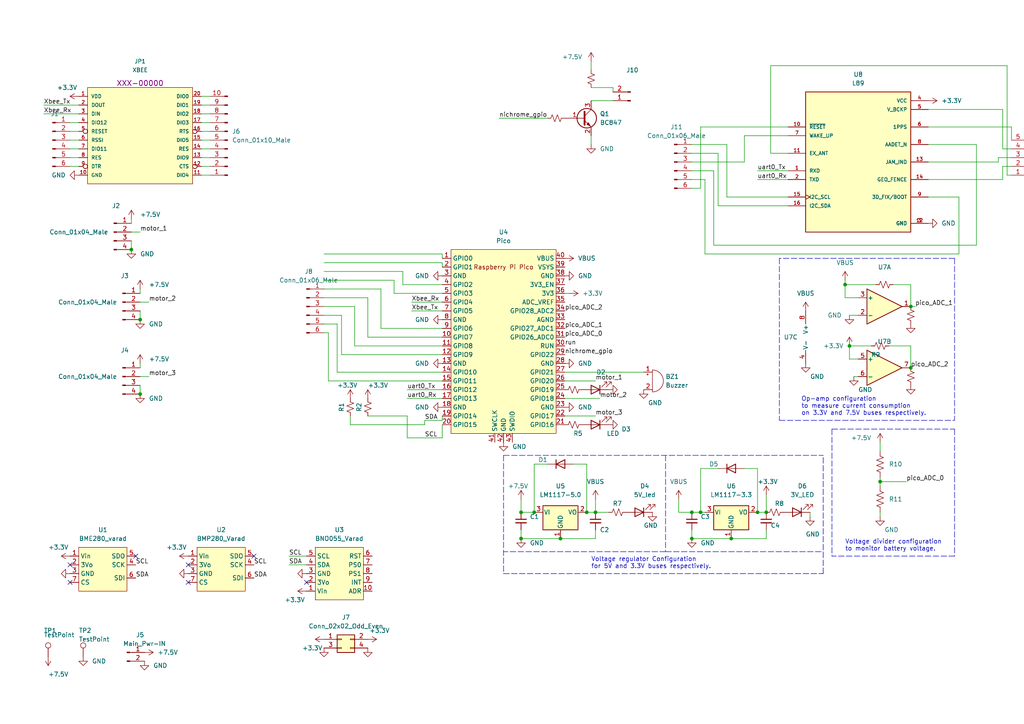
<source format=kicad_sch>
(kicad_sch (version 20211123) (generator eeschema)
  (paper "A4")
  (lib_symbols
    (symbol "Amplifier_Operational:MCP6002-xSN" (pin_names (offset 0.127))
      (property "Reference" "U" (at 0 5.08 0))
      (property "Value" "MCP6002-xSN" (at 0 -5.08 0))
      (symbol "MCP6002-xSN_1_1"
        (pin output line (at 7.62 0 180) (length 2.54) (name "~") (number "1"))
        (pin input line (at -7.62 -2.54 0) (length 2.54) (name "-") (number "2"))
        (pin input line (at -7.62 2.54 0) (length 2.54) (name "+") (number "3"))
      )
      (symbol "MCP6002-xSN_2_1"
        (pin input line (at -7.62 2.54 0) (length 2.54) (name "+") (number "5"))
        (pin input line (at -7.62 -2.54 0) (length 2.54) (name "-") (number "6"))
        (pin output line (at 7.62 0 180) (length 2.54) (name "~") (number "7"))
      )
      (symbol "MCP6002-xSN_3_1"
        (pin power_in line (at -2.54 -7.62 90) (length 3.81) (name "V-") (number "4"))
        (pin power_in line (at -2.54 7.62 270) (length 3.81) (name "V+") (number "8"))
      )
    )
    (symbol "BME280_varad_1"
      (property "Reference" "U" (at 0 -2.54 0))
      (property "Value" "BME280_varad_1" (at 0 -5.08 0))
      (symbol "BME280_varad_1_1_1"
        (pin input line (at -10.16 -10.16 0) (length 2.54) (name "Vin") (number "1"))
        (pin input line (at -10.16 -12.7 0) (length 2.54) (name "3Vo") (number "2"))
        (pin input line (at -10.16 -15.24 0) (length 2.54) (name "GND") (number "3"))
        (pin input line (at 8.89 -12.7 180) (length 2.54) (name "SCK") (number "4"))
        (pin input line (at 8.89 -10.16 180) (length 2.54) (name "SDO") (number "5"))
        (pin input line (at 8.89 -16.51 180) (length 2.54) (name "SDI") (number "6"))
        (pin input line (at -10.16 -17.78 0) (length 2.54) (name "CS") (number "7"))
      )
    )
    (symbol "BMP280_Varad_1"
      (property "Reference" "U" (at 0 0 0))
      (property "Value" "BMP280_Varad_1" (at 0 0 0))
      (symbol "BMP280_Varad_1_1_1"
        (pin input line (at -8.89 -6.35 0) (length 2.54) (name "Vin") (number "1"))
        (pin input line (at -8.89 -8.89 0) (length 2.54) (name "3Vo") (number "2"))
        (pin input line (at -8.89 -11.43 0) (length 2.54) (name "GND") (number "3"))
        (pin input line (at 10.16 -8.89 180) (length 2.54) (name "SCK") (number "4"))
        (pin input line (at 10.16 -6.35 180) (length 2.54) (name "SDO") (number "5"))
        (pin input line (at 10.16 -12.7 180) (length 2.54) (name "SDI") (number "6"))
        (pin input line (at -8.89 -13.97 0) (length 2.54) (name "CS") (number "7"))
      )
    )
    (symbol "BNO055_Varad_1"
      (property "Reference" "U" (at -11.43 -6.35 0))
      (property "Value" "BNO055_Varad_1" (at -11.43 -8.89 0))
      (symbol "BNO055_Varad_1_1_1"
        (pin input line (at -21.59 -24.13 0) (length 2.54) (name "Vin") (number "1"))
        (pin input line (at -2.54 -24.13 180) (length 2.54) (name "ADR") (number "10"))
        (pin input line (at -21.59 -21.59 0) (length 2.54) (name "3Vo") (number "2"))
        (pin input line (at -21.59 -19.05 0) (length 2.54) (name "GND") (number "3"))
        (pin input line (at -21.59 -16.51 0) (length 2.54) (name "SDA") (number "4"))
        (pin input line (at -21.59 -13.97 0) (length 2.54) (name "SCL") (number "5"))
        (pin input line (at -2.54 -13.97 180) (length 2.54) (name "RST") (number "6"))
        (pin input line (at -2.54 -16.51 180) (length 2.54) (name "PS0") (number "7"))
        (pin input line (at -2.54 -19.05 180) (length 2.54) (name "PS1") (number "8"))
        (pin input line (at -2.54 -21.59 180) (length 2.54) (name "INT") (number "9"))
      )
    )
    (symbol "Connector:Conn_01x02_Male" (pin_names (offset 1.016) hide)
      (property "Reference" "J" (at 0 2.54 0))
      (property "Value" "Conn_01x02_Male" (at 0 -5.08 0))
      (symbol "Conn_01x02_Male_1_1"
        (pin passive line (at 5.08 0 180) (length 3.81) (name "Pin_1") (number "1"))
        (pin passive line (at 5.08 -2.54 180) (length 3.81) (name "Pin_2") (number "2"))
      )
    )
    (symbol "Connector:Conn_01x04_Male" (pin_names (offset 1.016) hide)
      (property "Reference" "J" (at 0 5.08 0))
      (property "Value" "Conn_01x04_Male" (at 0 -7.62 0))
      (symbol "Conn_01x04_Male_1_1"
        (pin passive line (at 5.08 2.54 180) (length 3.81) (name "Pin_1") (number "1"))
        (pin passive line (at 5.08 0 180) (length 3.81) (name "Pin_2") (number "2"))
        (pin passive line (at 5.08 -2.54 180) (length 3.81) (name "Pin_3") (number "3"))
        (pin passive line (at 5.08 -5.08 180) (length 3.81) (name "Pin_4") (number "4"))
      )
    )
    (symbol "Connector:Conn_01x05_Male" (pin_names (offset 1.016) hide)
      (property "Reference" "J" (at 0 7.62 0))
      (property "Value" "Conn_01x05_Male" (at 0 -7.62 0))
      (symbol "Conn_01x05_Male_1_1"
        (pin passive line (at 5.08 5.08 180) (length 3.81) (name "Pin_1") (number "1"))
        (pin passive line (at 5.08 2.54 180) (length 3.81) (name "Pin_2") (number "2"))
        (pin passive line (at 5.08 0 180) (length 3.81) (name "Pin_3") (number "3"))
        (pin passive line (at 5.08 -2.54 180) (length 3.81) (name "Pin_4") (number "4"))
        (pin passive line (at 5.08 -5.08 180) (length 3.81) (name "Pin_5") (number "5"))
      )
    )
    (symbol "Connector:Conn_01x06_Male" (pin_names (offset 1.016) hide)
      (property "Reference" "J" (at 0 7.62 0))
      (property "Value" "Conn_01x06_Male" (at 0 -10.16 0))
      (symbol "Conn_01x06_Male_1_1"
        (pin passive line (at 5.08 5.08 180) (length 3.81) (name "Pin_1") (number "1"))
        (pin passive line (at 5.08 2.54 180) (length 3.81) (name "Pin_2") (number "2"))
        (pin passive line (at 5.08 0 180) (length 3.81) (name "Pin_3") (number "3"))
        (pin passive line (at 5.08 -2.54 180) (length 3.81) (name "Pin_4") (number "4"))
        (pin passive line (at 5.08 -5.08 180) (length 3.81) (name "Pin_5") (number "5"))
        (pin passive line (at 5.08 -7.62 180) (length 3.81) (name "Pin_6") (number "6"))
      )
    )
    (symbol "Connector:Conn_01x10_Male" (pin_names (offset 1.016) hide)
      (property "Reference" "J" (at 0 12.7 0))
      (property "Value" "Conn_01x10_Male" (at 0 -15.24 0))
      (symbol "Conn_01x10_Male_1_1"
        (pin passive line (at 5.08 10.16 180) (length 3.81) (name "Pin_1") (number "1"))
        (pin passive line (at 5.08 -12.7 180) (length 3.81) (name "Pin_10") (number "10"))
        (pin passive line (at 5.08 7.62 180) (length 3.81) (name "Pin_2") (number "2"))
        (pin passive line (at 5.08 5.08 180) (length 3.81) (name "Pin_3") (number "3"))
        (pin passive line (at 5.08 2.54 180) (length 3.81) (name "Pin_4") (number "4"))
        (pin passive line (at 5.08 0 180) (length 3.81) (name "Pin_5") (number "5"))
        (pin passive line (at 5.08 -2.54 180) (length 3.81) (name "Pin_6") (number "6"))
        (pin passive line (at 5.08 -5.08 180) (length 3.81) (name "Pin_7") (number "7"))
        (pin passive line (at 5.08 -7.62 180) (length 3.81) (name "Pin_8") (number "8"))
        (pin passive line (at 5.08 -10.16 180) (length 3.81) (name "Pin_9") (number "9"))
      )
    )
    (symbol "Connector:TestPoint" (pin_numbers hide) (pin_names (offset 0.762) hide)
      (property "Reference" "TP" (at 0 6.858 0))
      (property "Value" "TestPoint" (at 0 5.08 0))
      (symbol "TestPoint_1_1"
        (pin passive line (at 0 0 90) (length 2.54) (name "1") (number "1"))
      )
    )
    (symbol "Connector_Generic:Conn_02x02_Odd_Even" (pin_names (offset 1.016) hide)
      (property "Reference" "J" (at 1.27 2.54 0))
      (property "Value" "Conn_02x02_Odd_Even" (at 1.27 -5.08 0))
      (symbol "Conn_02x02_Odd_Even_1_1"
        (pin passive line (at -5.08 0 0) (length 3.81) (name "Pin_1") (number "1"))
        (pin passive line (at 7.62 0 180) (length 3.81) (name "Pin_2") (number "2"))
        (pin passive line (at -5.08 -2.54 0) (length 3.81) (name "Pin_3") (number "3"))
        (pin passive line (at 7.62 -2.54 180) (length 3.81) (name "Pin_4") (number "4"))
      )
    )
    (symbol "Device:Buzzer" (pin_names (offset 0.0254) hide)
      (property "Reference" "BZ" (at 3.81 1.27 0))
      (property "Value" "Buzzer" (at 3.81 -1.27 0))
      (symbol "Buzzer_1_1"
        (pin passive line (at -2.54 2.54 0) (length 2.54) (name "-") (number "1"))
        (pin passive line (at -2.54 -2.54 0) (length 2.54) (name "+") (number "2"))
      )
    )
    (symbol "Device:C_Small" (pin_numbers hide) (pin_names (offset 0.254) hide)
      (property "Reference" "C" (at 0.254 1.778 0))
      (property "Value" "C_Small" (at 0.254 -2.032 0))
      (symbol "C_Small_1_1"
        (pin passive line (at 0 2.54 270) (length 2.032) (name "~") (number "1"))
        (pin passive line (at 0 -2.54 90) (length 2.032) (name "~") (number "2"))
      )
    )
    (symbol "Device:LED" (pin_numbers hide) (pin_names (offset 1.016) hide)
      (property "Reference" "D" (at 0 2.54 0))
      (property "Value" "LED" (at 0 -2.54 0))
      (symbol "LED_1_1"
        (pin passive line (at -3.81 0 0) (length 2.54) (name "K") (number "1"))
        (pin passive line (at 3.81 0 180) (length 2.54) (name "A") (number "2"))
      )
    )
    (symbol "Device:R_Small_US" (pin_numbers hide) (pin_names (offset 0.254) hide)
      (property "Reference" "R" (at 0.762 0.508 0))
      (property "Value" "R_Small_US" (at 0.762 -1.016 0))
      (symbol "R_Small_US_1_1"
        (pin passive line (at 0 2.54 270) (length 1.016) (name "~") (number "1"))
        (pin passive line (at 0 -2.54 90) (length 1.016) (name "~") (number "2"))
      )
    )
    (symbol "Device:R_US" (pin_numbers hide) (pin_names (offset 0))
      (property "Reference" "R" (at 2.54 0 90))
      (property "Value" "R_US" (at -2.54 0 90))
      (symbol "R_US_1_1"
        (pin passive line (at 0 3.81 270) (length 1.27) (name "~") (number "1"))
        (pin passive line (at 0 -3.81 90) (length 1.27) (name "~") (number "2"))
      )
    )
    (symbol "Diode:1N4007" (pin_numbers hide) (pin_names hide)
      (property "Reference" "D" (at 0 2.54 0))
      (property "Value" "1N4007" (at 0 -2.54 0))
      (symbol "1N4007_1_1"
        (pin passive line (at -3.81 0 0) (length 2.54) (name "K") (number "1"))
        (pin passive line (at 3.81 0 180) (length 2.54) (name "A") (number "2"))
      )
    )
    (symbol "L89:L89" (pin_names (offset 1.016))
      (property "Reference" "U" (at -15.24 21.082 0))
      (property "Value" "L89" (at -15.24 -22.86 0))
      (symbol "L89_0_0"
        (pin input line (at -20.32 -2.54 0) (length 5.08) (name "RXD") (number "1"))
        (pin input line (at -20.32 10.16 0) (length 5.08) (name "~{RESET}") (number "10"))
        (pin input line (at -20.32 2.54 0) (length 5.08) (name "EX_ANT") (number "11"))
        (pin power_in line (at 20.32 -17.78 180) (length 5.08) (name "GND") (number "12"))
        (pin output line (at 20.32 0 180) (length 5.08) (name "JAM_IND") (number "13"))
        (pin output line (at 20.32 -5.08 180) (length 5.08) (name "GEO_FENCE") (number "14"))
        (pin bidirectional clock (at -20.32 -10.16 0) (length 5.08) (name "I2C_SCL") (number "15"))
        (pin bidirectional line (at -20.32 -12.7 0) (length 5.08) (name "I2C_SDA") (number "16"))
        (pin output line (at -20.32 -5.08 0) (length 5.08) (name "TXD") (number "2"))
        (pin power_in line (at 20.32 -17.78 180) (length 5.08) (name "GND") (number "3"))
        (pin power_in line (at 20.32 17.78 180) (length 5.08) (name "VCC") (number "4"))
        (pin power_in line (at 20.32 15.24 180) (length 5.08) (name "V_BCKP") (number "5"))
        (pin output line (at 20.32 10.16 180) (length 5.08) (name "1PPS") (number "6"))
        (pin input line (at -20.32 7.62 0) (length 5.08) (name "WAKE_UP") (number "7"))
        (pin output line (at 20.32 5.08 180) (length 5.08) (name "AADET_N") (number "8"))
        (pin bidirectional line (at 20.32 -10.16 180) (length 5.08) (name "3D_FIX/BOOT") (number "9"))
      )
    )
    (symbol "MCU_RaspberryPi_and_Boards:Pico"
      (property "Reference" "U" (at -13.97 27.94 0))
      (property "Value" "Pico" (at 0 19.05 0))
      (symbol "Pico_0_0"
        (text "Raspberry Pi Pico" (at 0 21.59 0) (effects (font (size 1.27 1.27))))
      )
      (symbol "Pico_1_1"
        (pin bidirectional line (at -17.78 24.13 0) (length 2.54) (name "GPIO0") (number "1"))
        (pin bidirectional line (at -17.78 1.27 0) (length 2.54) (name "GPIO7") (number "10"))
        (pin bidirectional line (at -17.78 -1.27 0) (length 2.54) (name "GPIO8") (number "11"))
        (pin bidirectional line (at -17.78 -3.81 0) (length 2.54) (name "GPIO9") (number "12"))
        (pin power_in line (at -17.78 -6.35 0) (length 2.54) (name "GND") (number "13"))
        (pin bidirectional line (at -17.78 -8.89 0) (length 2.54) (name "GPIO10") (number "14"))
        (pin bidirectional line (at -17.78 -11.43 0) (length 2.54) (name "GPIO11") (number "15"))
        (pin bidirectional line (at -17.78 -13.97 0) (length 2.54) (name "GPIO12") (number "16"))
        (pin bidirectional line (at -17.78 -16.51 0) (length 2.54) (name "GPIO13") (number "17"))
        (pin power_in line (at -17.78 -19.05 0) (length 2.54) (name "GND") (number "18"))
        (pin bidirectional line (at -17.78 -21.59 0) (length 2.54) (name "GPIO14") (number "19"))
        (pin bidirectional line (at -17.78 21.59 0) (length 2.54) (name "GPIO1") (number "2"))
        (pin bidirectional line (at -17.78 -24.13 0) (length 2.54) (name "GPIO15") (number "20"))
        (pin bidirectional line (at 17.78 -24.13 180) (length 2.54) (name "GPIO16") (number "21"))
        (pin bidirectional line (at 17.78 -21.59 180) (length 2.54) (name "GPIO17") (number "22"))
        (pin power_in line (at 17.78 -19.05 180) (length 2.54) (name "GND") (number "23"))
        (pin bidirectional line (at 17.78 -16.51 180) (length 2.54) (name "GPIO18") (number "24"))
        (pin bidirectional line (at 17.78 -13.97 180) (length 2.54) (name "GPIO19") (number "25"))
        (pin bidirectional line (at 17.78 -11.43 180) (length 2.54) (name "GPIO20") (number "26"))
        (pin bidirectional line (at 17.78 -8.89 180) (length 2.54) (name "GPIO21") (number "27"))
        (pin power_in line (at 17.78 -6.35 180) (length 2.54) (name "GND") (number "28"))
        (pin bidirectional line (at 17.78 -3.81 180) (length 2.54) (name "GPIO22") (number "29"))
        (pin power_in line (at -17.78 19.05 0) (length 2.54) (name "GND") (number "3"))
        (pin input line (at 17.78 -1.27 180) (length 2.54) (name "RUN") (number "30"))
        (pin bidirectional line (at 17.78 1.27 180) (length 2.54) (name "GPIO26_ADC0") (number "31"))
        (pin bidirectional line (at 17.78 3.81 180) (length 2.54) (name "GPIO27_ADC1") (number "32"))
        (pin power_in line (at 17.78 6.35 180) (length 2.54) (name "AGND") (number "33"))
        (pin bidirectional line (at 17.78 8.89 180) (length 2.54) (name "GPIO28_ADC2") (number "34"))
        (pin power_in line (at 17.78 11.43 180) (length 2.54) (name "ADC_VREF") (number "35"))
        (pin power_in line (at 17.78 13.97 180) (length 2.54) (name "3V3") (number "36"))
        (pin input line (at 17.78 16.51 180) (length 2.54) (name "3V3_EN") (number "37"))
        (pin bidirectional line (at 17.78 19.05 180) (length 2.54) (name "GND") (number "38"))
        (pin power_in line (at 17.78 21.59 180) (length 2.54) (name "VSYS") (number "39"))
        (pin bidirectional line (at -17.78 16.51 0) (length 2.54) (name "GPIO2") (number "4"))
        (pin power_in line (at 17.78 24.13 180) (length 2.54) (name "VBUS") (number "40"))
        (pin input line (at -2.54 -29.21 90) (length 2.54) (name "SWCLK") (number "41"))
        (pin power_in line (at 0 -29.21 90) (length 2.54) (name "GND") (number "42"))
        (pin bidirectional line (at 2.54 -29.21 90) (length 2.54) (name "SWDIO") (number "43"))
        (pin bidirectional line (at -17.78 13.97 0) (length 2.54) (name "GPIO3") (number "5"))
        (pin bidirectional line (at -17.78 11.43 0) (length 2.54) (name "GPIO4") (number "6"))
        (pin bidirectional line (at -17.78 8.89 0) (length 2.54) (name "GPIO5") (number "7"))
        (pin power_in line (at -17.78 6.35 0) (length 2.54) (name "GND") (number "8"))
        (pin bidirectional line (at -17.78 3.81 0) (length 2.54) (name "GPIO6") (number "9"))
      )
    )
    (symbol "Regulator_Linear:LM1117-3.3" (pin_names (offset 0.254))
      (property "Reference" "U" (at -3.81 3.175 0))
      (property "Value" "LM1117-3.3" (at 0 3.175 0))
      (symbol "LM1117-3.3_1_1"
        (pin power_in line (at 0 -7.62 90) (length 2.54) (name "GND") (number "1"))
        (pin power_out line (at 7.62 0 180) (length 2.54) (name "VO") (number "2"))
        (pin power_in line (at -7.62 0 0) (length 2.54) (name "VI") (number "3"))
      )
    )
    (symbol "Regulator_Linear:LM1117-5.0" (pin_names (offset 0.254))
      (property "Reference" "U" (at -3.81 3.175 0))
      (property "Value" "LM1117-5.0" (at 0 3.175 0))
      (symbol "LM1117-5.0_1_1"
        (pin power_in line (at 0 -7.62 90) (length 2.54) (name "GND") (number "1"))
        (pin power_out line (at 7.62 0 180) (length 2.54) (name "VO") (number "2"))
        (pin power_in line (at -7.62 0 0) (length 2.54) (name "VI") (number "3"))
      )
    )
    (symbol "SparkFun-RF:XBEE" (pin_names (offset 1.016))
      (property "Reference" "JP" (at -15.24 13.97 0))
      (property "Value" "XBEE" (at -15.24 -17.78 0))
      (property "Field4" "XXX-00000" (at 0 16.51 0))
      (symbol "XBEE_1_1"
        (pin power_in line (at -17.78 10.16 0) (length 2.54) (name "VDD") (number "1"))
        (pin power_in line (at -17.78 -12.7 0) (length 2.54) (name "GND") (number "10"))
        (pin bidirectional line (at 17.78 -12.7 180) (length 2.54) (name "DIO4") (number "11"))
        (pin output inverted (at 17.78 -10.16 180) (length 2.54) (name "CTS") (number "12"))
        (pin bidirectional line (at 17.78 -7.62 180) (length 2.54) (name "DIO9") (number "13"))
        (pin bidirectional line (at 17.78 -5.08 180) (length 2.54) (name "RES") (number "14"))
        (pin bidirectional line (at 17.78 -2.54 180) (length 2.54) (name "DIO5") (number "15"))
        (pin input inverted (at 17.78 0 180) (length 2.54) (name "RTS") (number "16"))
        (pin bidirectional line (at 17.78 2.54 180) (length 2.54) (name "DIO3") (number "17"))
        (pin bidirectional line (at 17.78 5.08 180) (length 2.54) (name "DIO2") (number "18"))
        (pin bidirectional line (at 17.78 7.62 180) (length 2.54) (name "DIO1") (number "19"))
        (pin output line (at -17.78 7.62 0) (length 2.54) (name "DOUT") (number "2"))
        (pin bidirectional line (at 17.78 10.16 180) (length 2.54) (name "DIO0") (number "20"))
        (pin input line (at -17.78 5.08 0) (length 2.54) (name "DIN") (number "3"))
        (pin bidirectional line (at -17.78 2.54 0) (length 2.54) (name "DIO12") (number "4"))
        (pin input inverted (at -17.78 0 0) (length 2.54) (name "RESET") (number "5"))
        (pin bidirectional line (at -17.78 -2.54 0) (length 2.54) (name "RSSI") (number "6"))
        (pin bidirectional line (at -17.78 -5.08 0) (length 2.54) (name "DIO11") (number "7"))
        (pin bidirectional line (at -17.78 -7.62 0) (length 2.54) (name "RES") (number "8"))
        (pin bidirectional inverted (at -17.78 -10.16 0) (length 2.54) (name "DTR") (number "9"))
      )
    )
    (symbol "Transistor_BJT:BC847" (pin_names (offset 0) hide)
      (property "Reference" "Q" (at 5.08 1.905 0))
      (property "Value" "BC847" (at 5.08 0 0))
      (symbol "BC847_1_1"
        (pin input line (at -5.08 0 0) (length 5.715) (name "B") (number "1"))
        (pin passive line (at 2.54 -5.08 90) (length 2.54) (name "E") (number "2"))
        (pin passive line (at 2.54 5.08 270) (length 2.54) (name "C") (number "3"))
      )
    )
    (symbol "power:+3.3V" (power) (pin_names (offset 0))
      (property "Value" "+3.3V" (at 0 3.556 0))
      (symbol "+3.3V_1_1"
        (pin power_in line (at 0 0 90) (length 0) hide (name "+3.3V") (number "1"))
      )
    )
    (symbol "power:+7.5V" (power) (pin_names (offset 0))
      (property "Value" "+7.5V" (at 0 3.556 0))
      (symbol "+7.5V_1_1"
        (pin power_in line (at 0 0 90) (length 0) hide (name "+7.5V") (number "1"))
      )
    )
    (symbol "power:GND" (power) (pin_names (offset 0))
      (property "Value" "GND" (at 0 -3.81 0))
      (symbol "GND_1_1"
        (pin power_in line (at 0 0 270) (length 0) hide (name "GND") (number "1"))
      )
    )
    (symbol "power:VBUS" (power) (pin_names (offset 0))
      (property "Value" "VBUS" (at 0 3.81 0))
      (symbol "VBUS_1_1"
        (pin power_in line (at 0 0 90) (length 0) hide (name "VBUS") (number "1"))
      )
    )
  )
  (junction (at 38.1 72.39))
  (junction (at 154.94 148.59))
  (junction (at 200.66 156.21))
  (junction (at 40.64 92.71))
  (junction (at 151.13 156.21))
  (junction (at 255.27 139.7))
  (junction (at 200.66 148.59))
  (junction (at 40.64 114.3))
  (junction (at 264.16 88.9))
  (junction (at 172.72 148.59))
  (junction (at 222.25 148.59))
  (junction (at 246.38 100.33))
  (junction (at 264.16 106.68))
  (junction (at 170.18 148.59))
  (junction (at 219.71 148.59))
  (junction (at 151.13 148.59))
  (junction (at 212.09 156.21))
  (junction (at 203.2 148.59))
  (junction (at 245.11 82.55))
  (junction (at 162.56 156.21))
  (no_connect (at 54.61 168.91))
  (no_connect (at 20.32 168.91))
  (no_connect (at 88.9 168.91))
  (no_connect (at 73.66 161.29))
  (no_connect (at 39.37 161.29))
  (no_connect (at 20.32 163.83))
  (no_connect (at 54.61 163.83))
  (wire (pts (xy 166.37 134.62) (xy 170.18 134.62)))
  (polyline (pts (xy 276.86 124.46) (xy 276.86 161.29)))
  (wire (pts (xy 60.96 43.18) (xy 58.42 43.18)))
  (wire (pts (xy 259.08 82.55) (xy 264.16 82.55)))
  (wire (pts (xy 290.83 48.26) (xy 293.37 48.26)))
  (polyline (pts (xy 276.86 74.93) (xy 276.86 121.92)))
  (wire (pts (xy 278.13 73.66) (xy 204.47 73.66)))
  (wire (pts (xy 203.2 36.83) (xy 203.2 54.61)))
  (wire (pts (xy 228.6 57.15) (xy 210.82 57.15)))
  (wire (pts (xy 223.52 19.05) (xy 292.1 19.05)))
  (wire (pts (xy 283.21 41.91) (xy 283.21 71.12)))
  (wire (pts (xy 93.98 76.2) (xy 128.27 76.2)))
  (wire (pts (xy 173.99 115.57) (xy 163.83 115.57)))
  (wire (pts (xy 116.84 82.55) (xy 116.84 78.74)))
  (wire (pts (xy 144.78 34.29) (xy 158.75 34.29)))
  (wire (pts (xy 172.72 144.78) (xy 172.72 148.59)))
  (wire (pts (xy 283.21 71.12) (xy 207.01 71.12)))
  (wire (pts (xy 228.6 44.45) (xy 223.52 44.45)))
  (polyline (pts (xy 276.86 74.93) (xy 226.06 74.93)))
  (wire (pts (xy 128.27 100.33) (xy 102.87 100.33)))
  (wire (pts (xy 290.83 52.07) (xy 290.83 48.26)))
  (wire (pts (xy 170.18 134.62) (xy 170.18 148.59)))
  (wire (pts (xy 219.71 148.59) (xy 222.25 148.59)))
  (wire (pts (xy 247.65 109.22) (xy 248.92 109.22)))
  (wire (pts (xy 207.01 71.12) (xy 207.01 49.53)))
  (wire (pts (xy 172.72 120.65) (xy 163.83 120.65)))
  (polyline (pts (xy 226.06 121.92) (xy 276.86 121.92)))
  (polyline (pts (xy 146.05 132.08) (xy 146.05 166.37)))
  (wire (pts (xy 128.27 85.09) (xy 114.3 85.09)))
  (wire (pts (xy 128.27 123.19) (xy 128.27 127)))
  (wire (pts (xy 101.6 123.19) (xy 123.19 123.19)))
  (wire (pts (xy 60.96 38.1) (xy 58.42 38.1)))
  (polyline (pts (xy 241.3 124.46) (xy 241.3 161.29)))
  (wire (pts (xy 171.45 25.4) (xy 177.8 25.4)))
  (wire (pts (xy 246.38 100.33) (xy 252.73 100.33)))
  (wire (pts (xy 12.7 33.02) (xy 22.86 33.02)))
  (wire (pts (xy 200.66 148.59) (xy 203.2 148.59)))
  (wire (pts (xy 97.79 107.95) (xy 97.79 93.98)))
  (wire (pts (xy 99.06 91.44) (xy 93.98 91.44)))
  (wire (pts (xy 246.38 91.44) (xy 248.92 91.44)))
  (wire (pts (xy 60.96 30.48) (xy 58.42 30.48)))
  (wire (pts (xy 228.6 59.69) (xy 208.28 59.69)))
  (wire (pts (xy 128.27 95.25) (xy 110.49 95.25)))
  (wire (pts (xy 114.3 85.09) (xy 114.3 81.28)))
  (wire (pts (xy 20.32 35.56) (xy 22.86 35.56)))
  (wire (pts (xy 219.71 52.07) (xy 228.6 52.07)))
  (wire (pts (xy 151.13 156.21) (xy 162.56 156.21)))
  (wire (pts (xy 106.68 120.65) (xy 118.11 120.65)))
  (wire (pts (xy 215.9 46.99) (xy 200.66 46.99)))
  (wire (pts (xy 204.47 73.66) (xy 204.47 52.07)))
  (wire (pts (xy 20.32 45.72) (xy 22.86 45.72)))
  (wire (pts (xy 264.16 82.55) (xy 264.16 88.9)))
  (wire (pts (xy 292.1 19.05) (xy 292.1 50.8)))
  (wire (pts (xy 196.85 144.78) (xy 196.85 148.59)))
  (wire (pts (xy 40.64 83.82) (xy 40.64 85.09)))
  (wire (pts (xy 246.38 104.14) (xy 248.92 104.14)))
  (wire (pts (xy 290.83 31.75) (xy 290.83 43.18)))
  (wire (pts (xy 40.64 90.17) (xy 40.64 92.71)))
  (wire (pts (xy 245.11 81.28) (xy 245.11 82.55)))
  (wire (pts (xy 171.45 29.21) (xy 177.8 29.21)))
  (polyline (pts (xy 276.86 161.29) (xy 241.3 161.29)))
  (wire (pts (xy 20.32 40.64) (xy 22.86 40.64)))
  (polyline (pts (xy 238.76 166.37) (xy 238.76 132.08)))
  (wire (pts (xy 118.11 115.57) (xy 128.27 115.57)))
  (wire (pts (xy 172.72 156.21) (xy 162.56 156.21)))
  (wire (pts (xy 222.25 156.21) (xy 212.09 156.21)))
  (wire (pts (xy 95.25 96.52) (xy 93.98 96.52)))
  (wire (pts (xy 128.27 110.49) (xy 95.25 110.49)))
  (wire (pts (xy 196.85 148.59) (xy 200.66 148.59)))
  (wire (pts (xy 255.27 140.97) (xy 255.27 139.7)))
  (wire (pts (xy 151.13 148.59) (xy 154.94 148.59)))
  (wire (pts (xy 20.32 48.26) (xy 22.86 48.26)))
  (wire (pts (xy 97.79 93.98) (xy 93.98 93.98)))
  (wire (pts (xy 228.6 39.37) (xy 215.9 39.37)))
  (wire (pts (xy 163.83 107.95) (xy 186.69 107.95)))
  (wire (pts (xy 176.53 148.59) (xy 172.72 148.59)))
  (wire (pts (xy 106.68 86.36) (xy 93.98 86.36)))
  (wire (pts (xy 38.1 63.5) (xy 38.1 64.77)))
  (wire (pts (xy 114.3 81.28) (xy 93.98 81.28)))
  (wire (pts (xy 106.68 97.79) (xy 106.68 86.36)))
  (wire (pts (xy 208.28 59.69) (xy 208.28 44.45)))
  (wire (pts (xy 123.19 121.92) (xy 128.27 121.92)))
  (polyline (pts (xy 193.04 160.02) (xy 238.76 160.02)))
  (wire (pts (xy 83.82 161.29) (xy 88.9 161.29)))
  (wire (pts (xy 172.72 110.49) (xy 163.83 110.49)))
  (wire (pts (xy 123.19 121.92) (xy 123.19 123.19)))
  (wire (pts (xy 222.25 153.67) (xy 222.25 156.21)))
  (wire (pts (xy 165.1 85.09) (xy 163.83 85.09)))
  (wire (pts (xy 172.72 153.67) (xy 172.72 156.21)))
  (wire (pts (xy 269.24 31.75) (xy 290.83 31.75)))
  (wire (pts (xy 40.64 87.63) (xy 43.18 87.63)))
  (wire (pts (xy 171.45 39.37) (xy 171.45 41.91)))
  (wire (pts (xy 269.24 36.83) (xy 293.37 36.83)))
  (wire (pts (xy 118.11 120.65) (xy 118.11 127)))
  (wire (pts (xy 269.24 52.07) (xy 290.83 52.07)))
  (wire (pts (xy 215.9 135.89) (xy 219.71 135.89)))
  (wire (pts (xy 93.98 73.66) (xy 128.27 73.66)))
  (wire (pts (xy 245.11 82.55) (xy 254 82.55)))
  (wire (pts (xy 278.13 57.15) (xy 278.13 73.66)))
  (wire (pts (xy 200.66 153.67) (xy 200.66 156.21)))
  (wire (pts (xy 38.1 67.31) (xy 40.64 67.31)))
  (wire (pts (xy 265.43 88.9) (xy 264.16 88.9)))
  (wire (pts (xy 118.11 113.03) (xy 128.27 113.03)))
  (wire (pts (xy 128.27 73.66) (xy 128.27 74.93)))
  (wire (pts (xy 60.96 33.02) (xy 58.42 33.02)))
  (wire (pts (xy 208.28 135.89) (xy 203.2 135.89)))
  (wire (pts (xy 154.94 134.62) (xy 154.94 148.59)))
  (wire (pts (xy 118.11 127) (xy 128.27 127)))
  (wire (pts (xy 20.32 38.1) (xy 22.86 38.1)))
  (wire (pts (xy 289.56 45.72) (xy 293.37 45.72)))
  (wire (pts (xy 207.01 49.53) (xy 200.66 49.53)))
  (wire (pts (xy 151.13 153.67) (xy 151.13 156.21)))
  (wire (pts (xy 128.27 102.87) (xy 99.06 102.87)))
  (wire (pts (xy 292.1 50.8) (xy 293.37 50.8)))
  (wire (pts (xy 223.52 44.45) (xy 223.52 19.05)))
  (wire (pts (xy 219.71 135.89) (xy 219.71 148.59)))
  (wire (pts (xy 99.06 102.87) (xy 99.06 91.44)))
  (wire (pts (xy 222.25 143.51) (xy 222.25 148.59)))
  (wire (pts (xy 170.18 148.59) (xy 172.72 148.59)))
  (wire (pts (xy 203.2 135.89) (xy 203.2 148.59)))
  (wire (pts (xy 95.25 110.49) (xy 95.25 96.52)))
  (wire (pts (xy 255.27 139.7) (xy 262.89 139.7)))
  (wire (pts (xy 245.11 86.36) (xy 248.92 86.36)))
  (wire (pts (xy 215.9 39.37) (xy 215.9 46.99)))
  (wire (pts (xy 245.11 82.55) (xy 245.11 86.36)))
  (wire (pts (xy 203.2 148.59) (xy 204.47 148.59)))
  (wire (pts (xy 158.75 134.62) (xy 154.94 134.62)))
  (wire (pts (xy 234.95 149.86) (xy 234.95 148.59)))
  (wire (pts (xy 255.27 139.7) (xy 255.27 138.43)))
  (wire (pts (xy 83.82 163.83) (xy 88.9 163.83)))
  (wire (pts (xy 110.49 83.82) (xy 93.98 83.82)))
  (wire (pts (xy 210.82 41.91) (xy 200.66 41.91)))
  (wire (pts (xy 102.87 100.33) (xy 102.87 88.9)))
  (wire (pts (xy 289.56 46.99) (xy 289.56 45.72)))
  (wire (pts (xy 128.27 107.95) (xy 97.79 107.95)))
  (wire (pts (xy 128.27 76.2) (xy 128.27 77.47)))
  (polyline (pts (xy 146.05 166.37) (xy 238.76 166.37)))
  (wire (pts (xy 269.24 57.15) (xy 278.13 57.15)))
  (wire (pts (xy 102.87 88.9) (xy 93.98 88.9)))
  (wire (pts (xy 60.96 35.56) (xy 58.42 35.56)))
  (wire (pts (xy 255.27 149.86) (xy 255.27 148.59)))
  (wire (pts (xy 40.64 111.76) (xy 40.64 114.3)))
  (wire (pts (xy 177.8 25.4) (xy 177.8 26.67)))
  (wire (pts (xy 128.27 82.55) (xy 116.84 82.55)))
  (wire (pts (xy 208.28 44.45) (xy 200.66 44.45)))
  (wire (pts (xy 40.64 109.22) (xy 43.18 109.22)))
  (wire (pts (xy 269.24 46.99) (xy 289.56 46.99)))
  (wire (pts (xy 119.38 90.17) (xy 128.27 90.17)))
  (wire (pts (xy 60.96 40.64) (xy 58.42 40.64)))
  (polyline (pts (xy 241.3 124.46) (xy 276.86 124.46)))
  (wire (pts (xy 119.38 87.63) (xy 128.27 87.63)))
  (wire (pts (xy 60.96 50.8) (xy 58.42 50.8)))
  (wire (pts (xy 200.66 156.21) (xy 212.09 156.21)))
  (wire (pts (xy 151.13 144.78) (xy 151.13 148.59)))
  (wire (pts (xy 210.82 57.15) (xy 210.82 41.91)))
  (wire (pts (xy 257.81 100.33) (xy 264.16 100.33)))
  (wire (pts (xy 219.71 49.53) (xy 228.6 49.53)))
  (wire (pts (xy 246.38 100.33) (xy 246.38 104.14)))
  (wire (pts (xy 101.6 120.65) (xy 101.6 123.19)))
  (wire (pts (xy 12.7 30.48) (xy 22.86 30.48)))
  (wire (pts (xy 110.49 95.25) (xy 110.49 83.82)))
  (wire (pts (xy 290.83 43.18) (xy 293.37 43.18)))
  (wire (pts (xy 40.64 105.41) (xy 40.64 106.68)))
  (wire (pts (xy 228.6 36.83) (xy 203.2 36.83)))
  (polyline (pts (xy 146.05 132.08) (xy 238.76 132.08)))
  (polyline (pts (xy 193.04 132.08) (xy 193.04 160.02)))
  (wire (pts (xy 60.96 48.26) (xy 58.42 48.26)))
  (wire (pts (xy 20.32 43.18) (xy 22.86 43.18)))
  (wire (pts (xy 255.27 128.27) (xy 255.27 130.81)))
  (wire (pts (xy 128.27 97.79) (xy 106.68 97.79)))
  (wire (pts (xy 264.16 100.33) (xy 264.16 106.68)))
  (wire (pts (xy 128.27 121.92) (xy 128.27 120.65)))
  (wire (pts (xy 60.96 27.94) (xy 58.42 27.94)))
  (wire (pts (xy 203.2 54.61) (xy 200.66 54.61)))
  (wire (pts (xy 204.47 52.07) (xy 200.66 52.07)))
  (wire (pts (xy 60.96 45.72) (xy 58.42 45.72)))
  (wire (pts (xy 171.45 17.78) (xy 171.45 20.32)))
  (polyline (pts (xy 193.04 160.02) (xy 146.05 160.02)))
  (wire (pts (xy 116.84 78.74) (xy 93.98 78.74)))
  (wire (pts (xy 269.24 41.91) (xy 283.21 41.91)))
  (wire (pts (xy 293.37 36.83) (xy 293.37 40.64)))
  (polyline (pts (xy 226.06 74.93) (xy 226.06 121.92)))
  (wire (pts (xy 38.1 69.85) (xy 38.1 72.39)))
  (text "Op-amp configuration\nto measure current consumption \non 3.3V and 7.5V buses respectively.\n" (at 232.41 120.65 0) (effects (font (size 1.27 1.27)) (justify left bottom)))
  (text "Voltage divider configuration\nto monitor battery voltage." (at 245.11 160.02 0) (effects (font (size 1.27 1.27)) (justify left bottom)))
  (text "Voltage regulator Configuration\nfor 5V and 3.3V buses respectively.\n" (at 171.45 165.1 0) (effects (font (size 1.27 1.27)) (justify left bottom)))
  (label "motor_2" (at 173.99 115.57 0))
  (label "pico_ADC_1" (at 163.83 95.25 0))
  (label "uart0_Tx" (at 219.71 49.53 0))
  (label "pico_ADC_2" (at 264.16 106.68 0))
  (label "Xbee_Tx" (at 119.38 90.17 0))
  (label "SDA" (at 73.66 167.64 0))
  (label "SCL" (at 123.19 127 0))
  (label "uart0_Rx" (at 219.71 52.07 0))
  (label "run" (at 163.83 100.33 0))
  (label "SCL" (at 83.82 161.29 0))
  (label "SDA" (at 39.37 167.64 0))
  (label "motor_2" (at 43.18 87.63 0))
  (label "SCL" (at 39.37 163.83 0))
  (label "nichrome_gpio" (at 144.78 34.29 0))
  (label "SCL" (at 73.66 163.83 0))
  (label "SDA" (at 123.19 121.92 0))
  (label "motor_3" (at 172.72 120.65 0))
  (label "motor_1" (at 172.72 110.49 0))
  (label "Xbee_Rx" (at 119.38 87.63 0))
  (label "SDA" (at 83.82 163.83 0))
  (label "Xbee_Rx" (at 12.7 33.02 0))
  (label "uart0_Rx" (at 118.11 115.57 0))
  (label "pico_ADC_0" (at 163.83 97.79 0))
  (label "motor_3" (at 43.18 109.22 0))
  (label "pico_ADC_1" (at 265.43 88.9 0))
  (label "Xbee_Tx" (at 12.7 30.48 0))
  (label "pico_ADC_2" (at 163.83 90.17 0))
  (label "nichrome_gpio" (at 163.83 102.87 0))
  (label "motor_1" (at 40.64 67.31 0))
  (label "pico_ADC_0" (at 262.89 139.7 0))
  (label "uart0_Tx" (at 118.11 113.03 0))
  (symbol (lib_id "Amplifier_Operational:MCP6002-xSN") (at 236.22 97.79 0) (unit 3)
    (property "Reference" "U7" (at 227.33 97.79 0) (effects (justify left)))
    (property "Value" "MCP6002-xSN" (effects hide))
    (property "Footprint" "Package_TO_SOT_SMD:SuperSOT-8" (effects hide))
    (property "Datasheet" "http://ww1.microchip.com/downloads/en/DeviceDoc/21733j.pdf" (effects hide))
  )
  (symbol (lib_id "Transistor_BJT:BC847") (at 168.91 34.29 0) (unit 1)
    (property "Reference" "Q1" (at 173.99 33.0199 0) (effects (justify left)))
    (property "Value" "BC847" (at 173.99 35.5599 0) (effects (justify left)))
    (property "Footprint" "Package_TO_SOT_SMD:SOT-23" (effects hide))
    (property "Datasheet" "http://www.infineon.com/dgdl/Infineon-BC847SERIES_BC848SERIES_BC849SERIES_BC850SERIES-DS-v01_01-en.pdf?fileId=db3a304314dca389011541d4630a1657" (effects hide))
  )
  (symbol (lib_id "power:GND") (at 163.83 105.41 90) (unit 1)
    (property "Reference" "#PWR042" (effects hide))
    (property "Value" "GND" (at 167.64 105.4099 90) (effects (justify right)))
  )
  (symbol (lib_id "Device:R_US") (at 255.27 144.78 0) (unit 1)
    (property "Reference" "R11" (at 257.81 144.7799 0) (effects (justify left)))
    (property "Value" "R_US" (effects hide))
    (property "Footprint" "Resistor_SMD:R_2512_6332Metric_Pad1.40x3.35mm_HandSolder" (effects hide))
  )
  (symbol (lib_id "power:GND") (at 264.16 111.76 0) (unit 1)
    (property "Reference" "#PWR065" (effects hide))
    (property "Value" "GND" (effects hide))
  )
  (symbol (lib_id "power:+3.3V") (at 106.68 185.42 270) (unit 1)
    (property "Reference" "#PWR019" (effects hide))
    (property "Value" "+3.3V" (at 113.03 182.88 90) (effects (justify right)))
  )
  (symbol (lib_id "power:GND") (at 128.27 105.41 270) (unit 1)
    (property "Reference" "#PWR035" (effects hide))
    (property "Value" "GND" (at 124.46 105.4099 90) (effects (justify right)))
  )
  (symbol (lib_id "power:+3.3V") (at 54.61 161.29 90) (unit 1)
    (property "Reference" "#PWR015" (effects hide))
    (property "Value" "+3.3V" (at 48.26 158.75 90) (effects (justify right)))
  )
  (symbol (lib_id "power:GND") (at 40.64 114.3 0) (unit 1)
    (property "Reference" "#PWR012" (effects hide))
    (property "Value" "GND" (at 43.18 115.5699 0) (effects (justify left)))
  )
  (symbol (lib_id "power:+3.3V") (at 246.38 100.33 0) (unit 1)
    (property "Reference" "#PWR060" (effects hide))
    (property "Value" "+3.3V" (at 238.76 100.33 0) (effects (justify left)))
  )
  (symbol (lib_name "BME280_varad_1") (lib_id "varad:BME280_varad") (at 30.48 151.13 0) (unit 1)
    (property "Reference" "U1" (at 29.845 153.67 0))
    (property "Value" "BME280_varad" (at 29.845 156.21 0))
    (property "Footprint" "varad_lib:BME280_Varad" (effects hide))
  )
  (symbol (lib_id "power:+7.5V") (at 40.64 105.41 0) (unit 1)
    (property "Reference" "#PWR011" (effects hide))
    (property "Value" "+7.5V" (at 43.18 104.1399 0) (effects (justify left)))
  )
  (symbol (lib_id "power:+7.5V") (at 151.13 144.78 0) (unit 1)
    (property "Reference" "#PWR038" (effects hide))
    (property "Value" "+7.5V" (at 147.32 140.97 0) (effects (justify left)))
  )
  (symbol (lib_id "Diode:1N4007") (at 162.56 134.62 0) (unit 1)
    (property "Reference" "D1" (at 157.48 133.35 0))
    (property "Value" "1N4007" (effects hide))
    (property "Footprint" "Diode_THT:D_DO-41_SOD81_P10.16mm_Horizontal" (effects hide))
    (property "Datasheet" "http://www.vishay.com/docs/88503/1n4001.pdf" (effects hide))
  )
  (symbol (lib_id "MCU_RaspberryPi_and_Boards:Pico") (at 146.05 99.06 0) (unit 1)
    (property "Reference" "U4" (at 146.05 67.31 0))
    (property "Value" "Pico" (at 146.05 69.85 0))
    (property "Footprint" "varad_lib:RPi_Pico_SMD_TH" (effects hide))
  )
  (symbol (lib_id "power:GND") (at 269.24 64.77 90) (unit 1)
    (property "Reference" "#PWR067" (effects hide))
    (property "Value" "GND" (at 273.05 64.7699 90) (effects (justify right)))
  )
  (symbol (lib_id "power:VBUS") (at 172.72 144.78 0) (unit 1)
    (property "Reference" "#PWR047" (effects hide))
    (property "Value" "VBUS" (at 172.72 139.7 0))
  )
  (symbol (lib_id "power:+7.5V") (at 41.91 189.23 270) (unit 1)
    (property "Reference" "#PWR013" (effects hide))
    (property "Value" "+7.5V" (at 45.72 189.2299 90) (effects (justify left)))
  )
  (symbol (lib_id "Diode:1N4007") (at 212.09 135.89 0) (unit 1)
    (property "Reference" "D5" (at 207.01 134.62 0))
    (property "Value" "1N4007" (effects hide))
    (property "Footprint" "Diode_THT:D_DO-41_SOD81_P10.16mm_Horizontal" (effects hide))
    (property "Datasheet" "http://www.vishay.com/docs/88503/1n4001.pdf" (effects hide))
  )
  (symbol (lib_id "power:GND") (at 24.13 190.5 0) (unit 1)
    (property "Reference" "#PWR04" (effects hide))
    (property "Value" "GND" (at 26.67 191.7699 0) (effects (justify left)))
  )
  (symbol (lib_id "power:+7.5V") (at 171.45 17.78 0) (unit 1)
    (property "Reference" "#PWR045" (effects hide))
    (property "Value" "+7.5V" (at 168.91 16.51 0) (effects (justify right)))
  )
  (symbol (lib_id "power:+3.3V") (at 106.68 115.57 0) (unit 1)
    (property "Reference" "#PWR029" (effects hide))
    (property "Value" "+3.3V" (at 106.68 111.76 0) (effects (justify left)))
  )
  (symbol (lib_id "power:GND") (at 163.83 80.01 90) (unit 1)
    (property "Reference" "#PWR041" (effects hide))
    (property "Value" "GND" (at 167.64 80.0099 90) (effects (justify right)))
  )
  (symbol (lib_id "Connector:Conn_01x04_Male") (at 35.56 87.63 0) (unit 1)
    (property "Reference" "J3" (at 36.195 80.01 0))
    (property "Value" "Conn_01x04_Male" (at 25.4 87.63 0))
    (property "Footprint" "Connector_Phoenix_MSTB:PhoenixContact_MSTBVA_2,5_4-G-5,08_1x04_P5.08mm_Vertical" (effects hide))
  )
  (symbol (lib_id "power:GND") (at 163.83 118.11 90) (unit 1)
    (property "Reference" "#PWR043" (effects hide))
    (property "Value" "GND" (at 167.64 118.1099 90) (effects (justify right)))
  )
  (symbol (lib_id "Device:C_Small") (at 222.25 151.13 0) (unit 1)
    (property "Reference" "C4" (at 223.52 152.4 0) (effects (justify left)))
    (property "Value" "C_Small" (effects hide))
    (property "Footprint" "Capacitor_SMD:C_0805_2012Metric_Pad1.18x1.45mm_HandSolder" (effects hide))
  )
  (symbol (lib_id "power:+7.5V") (at 255.27 128.27 0) (unit 1)
    (property "Reference" "#PWR062" (effects hide))
    (property "Value" "+7.5V" (at 252.73 127 0) (effects (justify right)))
  )
  (symbol (lib_id "power:GND") (at 233.68 105.41 0) (unit 1)
    (property "Reference" "#PWR056" (effects hide))
    (property "Value" "GND" (at 234.95 109.22 0) (effects (justify left)))
  )
  (symbol (lib_id "Connector:Conn_01x10_Male") (at 66.04 40.64 180) (unit 1)
    (property "Reference" "J6" (at 67.31 38.0999 0) (effects (justify right)))
    (property "Value" "Conn_01x10_Male" (at 67.31 40.6399 0) (effects (justify right)))
    (property "Footprint" "Connector_PinHeader_2.54mm:PinHeader_1x10_P2.54mm_Vertical" (effects hide))
  )
  (symbol (lib_id "Device:C_Small") (at 200.66 151.13 0) (unit 1)
    (property "Reference" "C3" (at 203.2 149.8662 0) (effects (justify left)))
    (property "Value" "C_Small" (effects hide))
    (property "Footprint" "Capacitor_SMD:C_0805_2012Metric_Pad1.18x1.45mm_HandSolder" (effects hide))
  )
  (symbol (lib_id "Connector:TestPoint") (at 24.13 190.5 0) (unit 1)
    (property "Reference" "TP2" (at 22.86 182.88 0) (effects (justify left)))
    (property "Value" "TestPoint" (at 22.86 185.42 0) (effects (justify left)))
    (property "Footprint" "TestPoint:TestPoint_Pad_D4.0mm" (effects hide))
  )
  (symbol (lib_id "power:GND") (at 128.27 80.01 270) (unit 1)
    (property "Reference" "#PWR033" (effects hide))
    (property "Value" "GND" (at 124.46 80.0099 90) (effects (justify right)))
  )
  (symbol (lib_id "power:GND") (at 93.98 187.96 0) (unit 1)
    (property "Reference" "#PWR018" (effects hide))
    (property "Value" "GND" (effects hide))
  )
  (symbol (lib_id "Device:C_Small") (at 151.13 151.13 0) (unit 1)
    (property "Reference" "C1" (at 153.67 149.8662 0) (effects (justify left)))
    (property "Value" "C_Small" (effects hide))
    (property "Footprint" "Capacitor_SMD:C_0805_2012Metric_Pad1.18x1.45mm_HandSolder" (effects hide))
  )
  (symbol (lib_id "Amplifier_Operational:MCP6002-xSN") (at 256.54 106.68 0) (unit 2)
    (property "Reference" "U7" (at 256.54 99.06 0))
    (property "Value" "MCP6002-xSN" (effects hide))
    (property "Footprint" "Package_TO_SOT_SMD:SuperSOT-8" (effects hide))
    (property "Datasheet" "http://ww1.microchip.com/downloads/en/DeviceDoc/21733j.pdf" (effects hide))
  )
  (symbol (lib_id "Device:LED") (at 231.14 148.59 180) (unit 1)
    (property "Reference" "D6" (at 232.7275 140.97 0))
    (property "Value" "3V_LED" (at 232.7275 143.51 0))
    (property "Footprint" "LED_SMD:LED_0805_2012Metric_Pad1.15x1.40mm_HandSolder" (effects hide))
  )
  (symbol (lib_id "power:GND") (at 234.95 149.86 0) (unit 1)
    (property "Reference" "#PWR057" (effects hide))
    (property "Value" "GND" (at 233.68 154.94 0) (effects (justify left)))
  )
  (symbol (lib_id "power:VBUS") (at 196.85 144.78 0) (unit 1)
    (property "Reference" "#PWR052" (effects hide))
    (property "Value" "VBUS" (at 196.85 139.7 0))
  )
  (symbol (lib_id "Device:Buzzer") (at 189.23 110.49 0) (unit 1)
    (property "Reference" "BZ1" (at 193.04 109.2199 0) (effects (justify left)))
    (property "Value" "Buzzer" (at 193.04 111.7599 0) (effects (justify left)))
    (property "Footprint" "Buzzer_Beeper:Buzzer_12x9.5RM7.6" (effects hide))
  )
  (symbol (lib_id "Connector:Conn_01x02_Male") (at 182.88 29.21 180) (unit 1)
    (property "Reference" "J10" (at 181.61 20.32 0) (effects (justify right)))
    (property "Value" "nichrome" (effects hide))
    (property "Footprint" "Connector_Phoenix_MSTB:PhoenixContact_MSTBVA_2,5_2-G-5,08_1x02_P5.08mm_Vertical" (effects hide))
  )
  (symbol (lib_id "power:GND") (at 186.69 113.03 0) (unit 1)
    (property "Reference" "#PWR050" (effects hide))
    (property "Value" "GND" (at 187.96 116.84 0) (effects (justify left)))
  )
  (symbol (lib_id "Device:R_US") (at 255.27 134.62 0) (unit 1)
    (property "Reference" "R10" (at 257.81 134.6199 0) (effects (justify left)))
    (property "Value" "R_US" (effects hide))
    (property "Footprint" "Resistor_SMD:R_2512_6332Metric_Pad1.40x3.35mm_HandSolder" (effects hide))
  )
  (symbol (lib_id "Device:C_Small") (at 172.72 151.13 0) (unit 1)
    (property "Reference" "C2" (at 173.99 153.67 0) (effects (justify left)))
    (property "Value" "C_Small" (effects hide))
    (property "Footprint" "Capacitor_SMD:C_0805_2012Metric_Pad1.18x1.45mm_HandSolder" (effects hide))
  )
  (symbol (lib_id "power:+7.5V") (at 38.1 63.5 0) (unit 1)
    (property "Reference" "#PWR07" (effects hide))
    (property "Value" "+7.5V" (at 40.64 62.2299 0) (effects (justify left)))
  )
  (symbol (lib_id "power:GND") (at 40.64 92.71 0) (unit 1)
    (property "Reference" "#PWR010" (effects hide))
    (property "Value" "GND" (at 43.18 93.9799 0) (effects (justify left)))
  )
  (symbol (lib_id "Connector:Conn_01x05_Male") (at 298.45 45.72 180) (unit 1)
    (property "Reference" "J12" (at 299.72 44.4499 0) (effects (justify right)))
    (property "Value" "Conn_01x05_Male" (at 299.72 46.9899 0) (effects (justify right)))
    (property "Footprint" "Connector_PinHeader_2.54mm:PinHeader_1x05_P2.54mm_Vertical" (effects hide))
  )
  (symbol (lib_id "power:GND") (at 246.38 91.44 0) (unit 1)
    (property "Reference" "#PWR059" (effects hide))
    (property "Value" "GND" (at 240.03 91.44 0) (effects (justify left)))
  )
  (symbol (lib_id "L89:L89") (at 248.92 46.99 0) (unit 1)
    (property "Reference" "U8" (at 248.92 21.59 0))
    (property "Value" "L89" (at 248.92 24.13 0))
    (property "Footprint" "varad_lib:XCVR_L89" (effects hide))
    (property "MANUFACTURER" "Quectel" (effects hide))
    (property "PARTREV" "1.1" (effects hide))
    (property "STANDARD" "Manufacturer Recommendations" (effects hide))
    (property "MAXIMUM_PACKAGE_HEIGHT" "7.0mm" (effects hide))
  )
  (symbol (lib_id "Regulator_Linear:LM1117-3.3") (at 212.09 148.59 0) (unit 1)
    (property "Reference" "U6" (at 212.09 140.97 0))
    (property "Value" "LM1117-3.3" (at 212.09 143.51 0))
    (property "Footprint" "Package_TO_SOT_SMD:SOT-223-3_TabPin2" (effects hide))
    (property "Datasheet" "http://www.ti.com/lit/ds/symlink/lm1117.pdf" (effects hide))
  )
  (symbol (lib_id "power:GND") (at 146.05 128.27 0) (unit 1)
    (property "Reference" "#PWR037" (effects hide))
    (property "Value" "GND" (at 148.59 129.5399 0) (effects (justify left)))
  )
  (symbol (lib_id "Regulator_Linear:LM1117-5.0") (at 162.56 148.59 0) (unit 1)
    (property "Reference" "U5" (at 162.56 140.97 0))
    (property "Value" "LM1117-5.0" (at 162.56 143.51 0))
    (property "Footprint" "Package_TO_SOT_SMD:SOT-223-3_TabPin2" (effects hide))
    (property "Datasheet" "http://www.ti.com/lit/ds/symlink/lm1117.pdf" (effects hide))
  )
  (symbol (lib_id "power:VBUS") (at 233.68 90.17 0) (unit 1)
    (property "Reference" "#PWR055" (effects hide))
    (property "Value" "VBUS" (at 233.68 85.09 0))
  )
  (symbol (lib_id "power:GND") (at 255.27 149.86 0) (unit 1)
    (property "Reference" "#PWR063" (effects hide))
    (property "Value" "GND" (at 256.54 153.67 0) (effects (justify left)))
  )
  (symbol (lib_id "power:GND") (at 106.68 187.96 0) (unit 1)
    (property "Reference" "#PWR020" (effects hide))
    (property "Value" "GND" (effects hide))
  )
  (symbol (lib_id "power:GND") (at 128.27 118.11 270) (unit 1)
    (property "Reference" "#PWR036" (effects hide))
    (property "Value" "GND" (at 124.46 118.1099 90) (effects (justify right)))
  )
  (symbol (lib_id "Device:LED") (at 172.72 113.03 180) (unit 1)
    (property "Reference" "D2" (at 174.3075 107.95 0))
    (property "Value" "LED" (effects hide))
    (property "Footprint" "LED_SMD:LED_0805_2012Metric_Pad1.15x1.40mm_HandSolder" (effects hide))
  )
  (symbol (lib_id "power:GND") (at 176.53 123.19 90) (unit 1)
    (property "Reference" "#PWR049" (effects hide))
    (property "Value" "GND" (effects hide))
  )
  (symbol (lib_id "power:+3.3V") (at 269.24 29.21 270) (unit 1)
    (property "Reference" "#PWR066" (effects hide))
    (property "Value" "+3.3V" (at 273.05 29.2099 90) (effects (justify left)))
  )
  (symbol (lib_id "Connector:TestPoint") (at 13.97 190.5 0) (unit 1)
    (property "Reference" "TP1" (at 12.7 182.88 0) (effects (justify left)))
    (property "Value" "TestPoint" (at 12.7 184.15 0) (effects (justify left)))
    (property "Footprint" "TestPoint:TestPoint_Pad_D4.0mm" (effects hide))
  )
  (symbol (lib_id "Connector_Generic:Conn_02x02_Odd_Even") (at 99.06 185.42 0) (unit 1)
    (property "Reference" "J7" (at 100.33 179.07 0))
    (property "Value" "Conn_02x02_Odd_Even" (at 100.33 181.61 0))
    (property "Footprint" "Connector_PinHeader_2.54mm:PinHeader_1x04_P2.54mm_Vertical" (effects hide))
  )
  (symbol (lib_id "power:+3.3V") (at 20.32 161.29 90) (unit 1)
    (property "Reference" "#PWR05" (effects hide))
    (property "Value" "+3.3V" (at 13.97 158.75 90) (effects (justify right)))
  )
  (symbol (lib_id "power:+7.5V") (at 40.64 83.82 0) (unit 1)
    (property "Reference" "#PWR09" (effects hide))
    (property "Value" "+7.5V" (at 43.18 82.5499 0) (effects (justify left)))
  )
  (symbol (lib_id "power:VBUS") (at 245.11 81.28 0) (unit 1)
    (property "Reference" "#PWR058" (effects hide))
    (property "Value" "VBUS" (at 245.11 76.2 0))
  )
  (symbol (lib_id "power:GND") (at 54.61 166.37 270) (unit 1)
    (property "Reference" "#PWR016" (effects hide))
    (property "Value" "GND" (effects hide))
  )
  (symbol (lib_id "power:+3.3V") (at 165.1 85.09 270) (unit 1)
    (property "Reference" "#PWR044" (effects hide))
    (property "Value" "+3.3V" (at 168.91 85.0899 90) (effects (justify left)))
  )
  (symbol (lib_id "Device:R_Small_US") (at 264.16 91.44 180) (unit 1)
    (property "Reference" "R13" (effects hide))
    (property "Value" "R_Small_US" (effects hide))
    (property "Footprint" "Resistor_SMD:R_0805_2012Metric_Pad1.20x1.40mm_HandSolder" (effects hide))
  )
  (symbol (lib_id "Device:LED") (at 185.42 148.59 180) (unit 1)
    (property "Reference" "D4" (at 187.0075 140.97 0))
    (property "Value" "5V_led" (at 187.0075 143.51 0))
    (property "Footprint" "LED_SMD:LED_0805_2012Metric_Pad1.15x1.40mm_HandSolder" (effects hide))
  )
  (symbol (lib_id "Device:R_Small_US") (at 161.29 34.29 90) (unit 1)
    (property "Reference" "R3" (effects hide))
    (property "Value" "R_Small_US" (effects hide))
    (property "Footprint" "Resistor_SMD:R_0805_2012Metric_Pad1.20x1.40mm_HandSolder" (effects hide))
  )
  (symbol (lib_id "power:+3.3V") (at 22.86 27.94 90) (unit 1)
    (property "Reference" "#PWR02" (effects hide))
    (property "Value" "+3.3V" (at 16.51 25.4 90) (effects (justify right)))
  )
  (symbol (lib_id "power:GND") (at 171.45 41.91 0) (unit 1)
    (property "Reference" "#PWR046" (effects hide))
    (property "Value" "GND" (at 173.99 43.1799 0) (effects (justify left)))
  )
  (symbol (lib_id "Connector:Conn_01x06_Male") (at 195.58 46.99 0) (unit 1)
    (property "Reference" "J11" (at 196.215 36.83 0))
    (property "Value" "Conn_01x06_Male" (at 196.215 39.37 0))
    (property "Footprint" "Connector_PinHeader_2.54mm:PinHeader_1x06_P2.54mm_Vertical" (effects hide))
  )
  (symbol (lib_id "power:GND") (at 247.65 109.22 0) (unit 1)
    (property "Reference" "#PWR061" (effects hide))
    (property "Value" "GND" (at 248.92 113.03 0) (effects (justify left)))
  )
  (symbol (lib_id "power:+3.3V") (at 93.98 185.42 90) (unit 1)
    (property "Reference" "#PWR017" (effects hide))
    (property "Value" "+3.3V" (at 87.63 187.96 90) (effects (justify right)))
  )
  (symbol (lib_id "Amplifier_Operational:MCP6002-xSN") (at 256.54 88.9 0) (unit 1)
    (property "Reference" "U7" (at 256.54 77.47 0))
    (property "Value" "MCP6002-xSN" (effects hide))
    (property "Footprint" "Package_TO_SOT_SMD:SuperSOT-8" (effects hide))
    (property "Datasheet" "http://ww1.microchip.com/downloads/en/DeviceDoc/21733j.pdf" (effects hide))
  )
  (symbol (lib_id "power:+3.3V") (at 88.9 171.45 90) (unit 1)
    (property "Reference" "#PWR024" (effects hide))
    (property "Value" "+3.3V" (at 82.55 173.99 90) (effects (justify right)))
  )
  (symbol (lib_id "Device:R_Small_US") (at 264.16 109.22 180) (unit 1)
    (property "Reference" "R14" (effects hide))
    (property "Value" "R_Small_US" (effects hide))
    (property "Footprint" "Resistor_SMD:R_0805_2012Metric_Pad1.20x1.40mm_HandSolder" (effects hide))
  )
  (symbol (lib_id "power:GND") (at 176.53 113.03 90) (unit 1)
    (property "Reference" "#PWR048" (effects hide))
    (property "Value" "GND" (effects hide))
  )
  (symbol (lib_id "power:VBUS") (at 163.83 74.93 270) (unit 1)
    (property "Reference" "#PWR040" (effects hide))
    (property "Value" "VBUS" (at 167.64 74.9299 90) (effects (justify left)))
  )
  (symbol (lib_id "Connector:Conn_01x06_Male") (at 15.24 40.64 0) (unit 1)
    (property "Reference" "J1" (at 15.875 33.02 0))
    (property "Value" "Conn_01x06_Male" (effects hide))
    (property "Footprint" "Connector_PinHeader_2.54mm:PinHeader_1x06_P2.54mm_Vertical" (effects hide))
  )
  (symbol (lib_id "Device:R_Small_US") (at 106.68 118.11 0) (unit 1)
    (property "Reference" "R2" (at 104.14 118.11 90))
    (property "Value" "R_Small_US" (effects hide))
    (property "Footprint" "Resistor_SMD:R_0805_2012Metric_Pad1.20x1.40mm_HandSolder" (effects hide))
  )
  (symbol (lib_id "Connector:Conn_01x04_Male") (at 33.02 67.31 0) (unit 1)
    (property "Reference" "J2" (at 33.655 59.69 0))
    (property "Value" "Conn_01x04_Male" (at 22.86 67.31 0))
    (property "Footprint" "Connector_Phoenix_MSTB:PhoenixContact_MSTBVA_2,5_4-G-5,08_1x04_P5.08mm_Vertical" (effects hide))
  )
  (symbol (lib_name "BNO055_Varad_1") (lib_id "varad:BNO055_Varad") (at 110.49 147.32 0) (unit 1)
    (property "Reference" "U3" (at 98.425 153.67 0))
    (property "Value" "BNO055_Varad" (at 98.425 156.21 0))
    (property "Footprint" "varad_lib:BNO055_Varad" (effects hide))
  )
  (symbol (lib_id "Device:R_Small_US") (at 179.07 148.59 270) (unit 1)
    (property "Reference" "R7" (at 179.07 146.05 90))
    (property "Value" "R_Small_US" (effects hide))
    (property "Footprint" "Resistor_SMD:R_0805_2012Metric_Pad1.20x1.40mm_HandSolder" (effects hide))
  )
  (symbol (lib_id "Device:R_Small_US") (at 255.27 100.33 90) (unit 1)
    (property "Reference" "R9" (at 254 102.87 90))
    (property "Value" "R_Small_US" (effects hide))
    (property "Footprint" "Resistor_SMD:R_0805_2012Metric_Pad1.20x1.40mm_HandSolder" (effects hide))
  )
  (symbol (lib_id "Device:R_Small_US") (at 171.45 22.86 180) (unit 1)
    (property "Reference" "R6" (effects hide))
    (property "Value" "R_Small_US" (effects hide))
    (property "Footprint" "Resistor_SMD:R_0805_2012Metric_Pad1.20x1.40mm_HandSolder" (effects hide))
  )
  (symbol (lib_id "power:GND") (at 20.32 166.37 270) (unit 1)
    (property "Reference" "#PWR06" (effects hide))
    (property "Value" "GND" (effects hide))
  )
  (symbol (lib_id "Device:R_Small_US") (at 224.79 148.59 270) (unit 1)
    (property "Reference" "R8" (at 226.06 146.05 90))
    (property "Value" "R_Small_US" (effects hide))
    (property "Footprint" "Resistor_SMD:R_0805_2012Metric_Pad1.20x1.40mm_HandSolder" (effects hide))
  )
  (symbol (lib_id "power:GND") (at 128.27 92.71 270) (unit 1)
    (property "Reference" "#PWR034" (effects hide))
    (property "Value" "GND" (at 124.46 92.7099 90) (effects (justify right)))
  )
  (symbol (lib_id "power:+7.5V") (at 13.97 190.5 180) (unit 1)
    (property "Reference" "#PWR01" (effects hide))
    (property "Value" "+7.5V" (at 13.97 195.58 0) (effects (justify right)))
  )
  (symbol (lib_id "Device:LED") (at 172.72 123.19 180) (unit 1)
    (property "Reference" "D3" (at 181.61 124.46 0))
    (property "Value" "LED" (at 177.8 125.73 0))
    (property "Footprint" "LED_SMD:LED_0805_2012Metric_Pad1.15x1.40mm_HandSolder" (effects hide))
  )
  (symbol (lib_id "power:+3.3V") (at 222.25 143.51 0) (unit 1)
    (property "Reference" "#PWR054" (effects hide))
    (property "Value" "+3.3V" (at 219.71 139.7 0) (effects (justify left)))
  )
  (symbol (lib_id "Connector:Conn_01x02_Male") (at 36.83 189.23 0) (unit 1)
    (property "Reference" "J5" (at 40.64 184.15 0))
    (property "Value" "Main_Pwr-IN" (at 41.91 186.69 0))
    (property "Footprint" "Connector_Phoenix_MSTB:PhoenixContact_MSTBVA_2,5_2-G-5,08_1x02_P5.08mm_Vertical" (effects hide))
  )
  (symbol (lib_id "power:GND") (at 151.13 156.21 0) (unit 1)
    (property "Reference" "#PWR039" (effects hide))
    (property "Value" "GND" (at 153.67 157.4799 0) (effects (justify left)))
  )
  (symbol (lib_id "power:GND") (at 264.16 93.98 0) (unit 1)
    (property "Reference" "#PWR064" (effects hide))
    (property "Value" "GND" (effects hide))
  )
  (symbol (lib_id "Connector:Conn_01x06_Male") (at 88.9 88.9 0) (unit 1)
    (property "Reference" "J8" (at 89.535 78.74 0))
    (property "Value" "Conn_01x06_Male" (at 89.535 81.28 0))
    (property "Footprint" "Connector_PinHeader_2.54mm:PinHeader_1x06_P2.54mm_Vertical" (effects hide))
  )
  (symbol (lib_id "Device:R_Small_US") (at 166.37 123.19 270) (unit 1)
    (property "Reference" "R5" (at 167.64 125.73 90))
    (property "Value" "R_Small_US" (effects hide))
    (property "Footprint" "Resistor_SMD:R_0805_2012Metric_Pad1.20x1.40mm_HandSolder" (effects hide))
  )
  (symbol (lib_id "power:GND") (at 41.91 191.77 0) (unit 1)
    (property "Reference" "#PWR014" (effects hide))
    (property "Value" "GND" (at 44.45 193.0399 0) (effects (justify left)))
  )
  (symbol (lib_id "power:GND") (at 22.86 50.8 270) (unit 1)
    (property "Reference" "#PWR03" (effects hide))
    (property "Value" "GND" (at 19.05 50.7999 90) (effects (justify right)))
  )
  (symbol (lib_id "power:GND") (at 88.9 166.37 270) (unit 1)
    (property "Reference" "#PWR023" (effects hide))
    (property "Value" "GND" (effects hide))
  )
  (symbol (lib_id "Connector:Conn_01x04_Male") (at 35.56 109.22 0) (unit 1)
    (property "Reference" "J4" (at 36.195 101.6 0))
    (property "Value" "Conn_01x04_Male" (at 25.4 109.22 0))
    (property "Footprint" "Connector_Phoenix_MSTB:PhoenixContact_MSTBVA_2,5_4-G-5,08_1x04_P5.08mm_Vertical" (effects hide))
  )
  (symbol (lib_id "power:GND") (at 38.1 72.39 0) (unit 1)
    (property "Reference" "#PWR08" (effects hide))
    (property "Value" "GND" (at 40.64 73.6599 0) (effects (justify left)))
  )
  (symbol (lib_name "BMP280_Varad_1") (lib_id "varad:BMP280_Varad") (at 63.5 154.94 0) (unit 1)
    (property "Reference" "U2" (at 64.135 153.67 0))
    (property "Value" "BMP280_Varad" (at 64.135 156.21 0))
    (property "Footprint" "varad_lib:BMP280_Varad" (effects hide))
  )
  (symbol (lib_id "SparkFun-RF:XBEE") (at 40.64 38.1 0) (unit 1)
    (property "Reference" "JP1" (at 40.64 17.78 0) (effects (font (size 1.143 1.143))))
    (property "Value" "XBEE" (at 40.64 20.32 0) (effects (font (size 1.143 1.143))))
    (property "Footprint" "varad_lib:XBEE-SILK" (effects hide))
    (property "Field4" "XXX-00000" (at 40.64 24.13 0) (effects (font (size 1.524 1.524))))
  )
  (symbol (lib_id "power:GND") (at 200.66 156.21 0) (unit 1)
    (property "Reference" "#PWR053" (effects hide))
    (property "Value" "GND" (at 203.2 157.4799 0) (effects (justify left)))
  )
  (symbol (lib_id "power:GND") (at 189.23 148.59 0) (unit 1)
    (property "Reference" "#PWR051" (effects hide))
    (property "Value" "GND" (at 186.69 152.4 0) (effects (justify left)))
  )
  (symbol (lib_id "Device:R_Small_US") (at 166.37 113.03 270) (unit 1)
    (property "Reference" "R4" (effects hide))
    (property "Value" "R_Small_US" (effects hide))
    (property "Footprint" "Resistor_SMD:R_0805_2012Metric_Pad1.20x1.40mm_HandSolder" (effects hide))
  )
  (symbol (lib_id "Device:R_Small_US") (at 101.6 118.11 0) (unit 1)
    (property "Reference" "R1" (at 99.06 118.11 90))
    (property "Value" "R_Small_US" (effects hide))
    (property "Footprint" "Resistor_SMD:R_0805_2012Metric_Pad1.20x1.40mm_HandSolder" (effects hide))
  )
  (symbol (lib_id "Device:R_Small_US") (at 256.54 82.55 90) (unit 1)
    (property "Reference" "R12" (effects hide))
    (property "Value" "R_Small_US" (effects hide))
    (property "Footprint" "Resistor_SMD:R_0805_2012Metric_Pad1.20x1.40mm_HandSolder" (effects hide))
  )
  (symbol (lib_id "power:+3.3V") (at 101.6 115.57 0) (unit 1)
    (property "Reference" "#PWR027" (effects hide))
    (property "Value" "+3.3V" (at 97.79 111.76 0) (effects (justify left)))
  )
)
</source>
